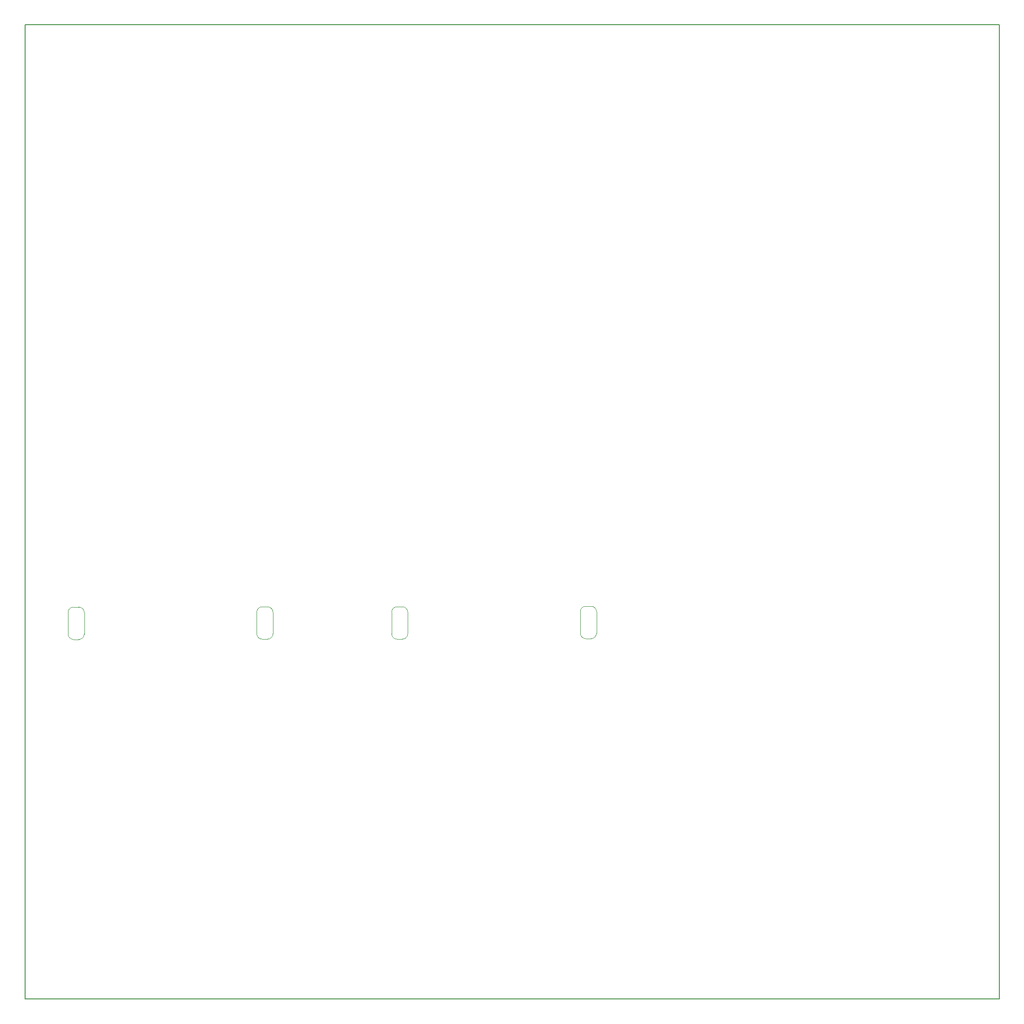
<source format=gbr>
G04 #@! TF.GenerationSoftware,KiCad,Pcbnew,5.1.6*
G04 #@! TF.CreationDate,2020-07-29T11:54:06+02:00*
G04 #@! TF.ProjectId,Power supply,506f7765-7220-4737-9570-706c792e6b69,rev?*
G04 #@! TF.SameCoordinates,Original*
G04 #@! TF.FileFunction,Profile,NP*
%FSLAX46Y46*%
G04 Gerber Fmt 4.6, Leading zero omitted, Abs format (unit mm)*
G04 Created by KiCad (PCBNEW 5.1.6) date 2020-07-29 11:54:06*
%MOMM*%
%LPD*%
G01*
G04 APERTURE LIST*
G04 #@! TA.AperFunction,Profile*
%ADD10C,0.050000*%
G04 #@! TD*
G04 #@! TA.AperFunction,Profile*
%ADD11C,0.200000*%
G04 #@! TD*
G04 APERTURE END LIST*
D10*
X31000000Y-212300000D02*
G75*
G02*
X30000000Y-213300000I-1000000J0D01*
G01*
X30000000Y-213300000D02*
X29000000Y-213300000D01*
X31000000Y-208300000D02*
X31000000Y-212300000D01*
X29000000Y-213300000D02*
G75*
G02*
X28000000Y-212300000I0J1000000D01*
G01*
X28000000Y-212300000D02*
X28000000Y-208300000D01*
X28000000Y-208300000D02*
G75*
G02*
X29000000Y-207300000I1000000J0D01*
G01*
X29000000Y-207300000D02*
X30000000Y-207300000D01*
X30000000Y-207300000D02*
G75*
G02*
X31000000Y-208300000I0J-1000000D01*
G01*
X123000000Y-212150000D02*
X123000000Y-208150000D01*
X126000000Y-208150000D02*
X126000000Y-212150000D01*
X126000000Y-212150000D02*
G75*
G02*
X125000000Y-213150000I-1000000J0D01*
G01*
X124000000Y-213150000D02*
G75*
G02*
X123000000Y-212150000I0J1000000D01*
G01*
X124000000Y-207150000D02*
X125000000Y-207150000D01*
X125000000Y-213150000D02*
X124000000Y-213150000D01*
X123000000Y-208150000D02*
G75*
G02*
X124000000Y-207150000I1000000J0D01*
G01*
X125000000Y-207150000D02*
G75*
G02*
X126000000Y-208150000I0J-1000000D01*
G01*
X66000000Y-208250000D02*
X66000000Y-212250000D01*
X63000000Y-212250000D02*
X63000000Y-208250000D01*
X63000000Y-208250000D02*
G75*
G02*
X64000000Y-207250000I1000000J0D01*
G01*
X65000000Y-207250000D02*
G75*
G02*
X66000000Y-208250000I0J-1000000D01*
G01*
X65000000Y-213250000D02*
X64000000Y-213250000D01*
X64000000Y-207250000D02*
X65000000Y-207250000D01*
X66000000Y-212250000D02*
G75*
G02*
X65000000Y-213250000I-1000000J0D01*
G01*
X64000000Y-213250000D02*
G75*
G02*
X63000000Y-212250000I0J1000000D01*
G01*
X89000000Y-207250000D02*
X90000000Y-207250000D01*
X88000000Y-212250000D02*
X88000000Y-208250000D01*
X90000000Y-213250000D02*
X89000000Y-213250000D01*
X91000000Y-208250000D02*
X91000000Y-212250000D01*
X91000000Y-212250000D02*
G75*
G02*
X90000000Y-213250000I-1000000J0D01*
G01*
X89000000Y-213250000D02*
G75*
G02*
X88000000Y-212250000I0J1000000D01*
G01*
X90000000Y-207250000D02*
G75*
G02*
X91000000Y-208250000I0J-1000000D01*
G01*
X88000000Y-208250000D02*
G75*
G02*
X89000000Y-207250000I1000000J0D01*
G01*
D11*
X20000000Y-99300001D02*
X200700000Y-99300001D01*
X20000000Y-280000000D02*
X20000000Y-99300001D01*
X200700000Y-280000000D02*
X20000000Y-280000000D01*
X200700000Y-99300001D02*
X200700000Y-280000000D01*
M02*

</source>
